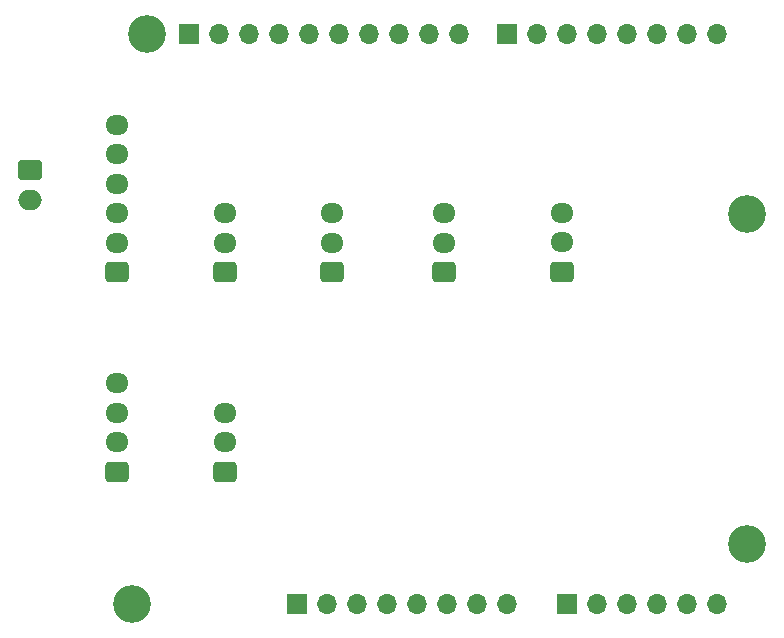
<source format=gts>
%TF.GenerationSoftware,KiCad,Pcbnew,8.0.3*%
%TF.CreationDate,2024-07-23T14:12:28+08:00*%
%TF.ProjectId,Shao Rong Shield,5368616f-2052-46f6-9e67-20536869656c,rev?*%
%TF.SameCoordinates,Original*%
%TF.FileFunction,Soldermask,Top*%
%TF.FilePolarity,Negative*%
%FSLAX46Y46*%
G04 Gerber Fmt 4.6, Leading zero omitted, Abs format (unit mm)*
G04 Created by KiCad (PCBNEW 8.0.3) date 2024-07-23 14:12:28*
%MOMM*%
%LPD*%
G01*
G04 APERTURE LIST*
G04 Aperture macros list*
%AMRoundRect*
0 Rectangle with rounded corners*
0 $1 Rounding radius*
0 $2 $3 $4 $5 $6 $7 $8 $9 X,Y pos of 4 corners*
0 Add a 4 corners polygon primitive as box body*
4,1,4,$2,$3,$4,$5,$6,$7,$8,$9,$2,$3,0*
0 Add four circle primitives for the rounded corners*
1,1,$1+$1,$2,$3*
1,1,$1+$1,$4,$5*
1,1,$1+$1,$6,$7*
1,1,$1+$1,$8,$9*
0 Add four rect primitives between the rounded corners*
20,1,$1+$1,$2,$3,$4,$5,0*
20,1,$1+$1,$4,$5,$6,$7,0*
20,1,$1+$1,$6,$7,$8,$9,0*
20,1,$1+$1,$8,$9,$2,$3,0*%
G04 Aperture macros list end*
%ADD10R,1.700000X1.700000*%
%ADD11O,1.700000X1.700000*%
%ADD12RoundRect,0.250000X-0.750000X0.600000X-0.750000X-0.600000X0.750000X-0.600000X0.750000X0.600000X0*%
%ADD13O,2.000000X1.700000*%
%ADD14RoundRect,0.250000X0.725000X-0.600000X0.725000X0.600000X-0.725000X0.600000X-0.725000X-0.600000X0*%
%ADD15O,1.950000X1.700000*%
%ADD16C,3.200000*%
G04 APERTURE END LIST*
D10*
%TO.C,J1*%
X27940000Y2540000D03*
D11*
X30480000Y2540000D03*
X33020000Y2540000D03*
X35560000Y2540000D03*
X38100000Y2540000D03*
X40640000Y2540000D03*
X43180000Y2540000D03*
X45720000Y2540000D03*
%TD*%
D10*
%TO.C,J3*%
X50800000Y2540000D03*
D11*
X53340000Y2540000D03*
X55880000Y2540000D03*
X58420000Y2540000D03*
X60960000Y2540000D03*
X63500000Y2540000D03*
%TD*%
D10*
%TO.C,J2*%
X18796000Y50800000D03*
D11*
X21336000Y50800000D03*
X23876000Y50800000D03*
X26416000Y50800000D03*
X28956000Y50800000D03*
X31496000Y50800000D03*
X34036000Y50800000D03*
X36576000Y50800000D03*
X39116000Y50800000D03*
X41656000Y50800000D03*
%TD*%
D10*
%TO.C,J4*%
X45720000Y50800000D03*
D11*
X48260000Y50800000D03*
X50800000Y50800000D03*
X53340000Y50800000D03*
X55880000Y50800000D03*
X58420000Y50800000D03*
X60960000Y50800000D03*
X63500000Y50800000D03*
%TD*%
D12*
%TO.C,J5*%
X5400000Y39250000D03*
D13*
X5400000Y36750000D03*
%TD*%
D14*
%TO.C,J11*%
X40425000Y30625000D03*
D15*
X40425000Y33125000D03*
X40425000Y35625000D03*
%TD*%
D16*
%TO.C,MH1*%
X15240000Y50800000D03*
%TD*%
D14*
%TO.C,J6*%
X12750000Y30600000D03*
D15*
X12750000Y33100000D03*
X12750000Y35600000D03*
X12750000Y38100000D03*
X12750000Y40600000D03*
X12750000Y43100000D03*
%TD*%
D14*
%TO.C,J12*%
X21859285Y13725000D03*
D15*
X21859285Y16225000D03*
X21859285Y18725000D03*
%TD*%
D14*
%TO.C,J7*%
X30968570Y30600000D03*
D15*
X30968570Y33100000D03*
X30968570Y35600000D03*
%TD*%
D14*
%TO.C,J8*%
X12750000Y13725000D03*
D15*
X12750000Y16225000D03*
X12750000Y18725000D03*
X12750000Y21225000D03*
%TD*%
D16*
%TO.C,MH2*%
X13970000Y2540000D03*
%TD*%
%TO.C,MH3*%
X66040000Y35560000D03*
%TD*%
%TO.C,MH4*%
X66040000Y7620000D03*
%TD*%
D14*
%TO.C,J10*%
X21859285Y30600000D03*
D15*
X21859285Y33100000D03*
X21859285Y35600000D03*
%TD*%
D14*
%TO.C,J9*%
X50375000Y30650000D03*
D15*
X50375000Y33150000D03*
X50375000Y35650000D03*
%TD*%
M02*

</source>
